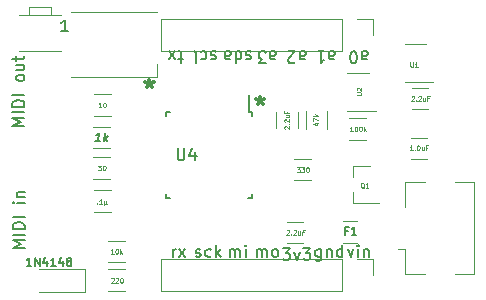
<source format=gbr>
%TF.GenerationSoftware,KiCad,Pcbnew,(6.0.1-0)*%
%TF.CreationDate,2022-05-02T12:36:28+02:00*%
%TF.ProjectId,SAMD_QTPY_MIDI,53414d44-5f51-4545-9059-5f4d4944492e,1*%
%TF.SameCoordinates,Original*%
%TF.FileFunction,Legend,Top*%
%TF.FilePolarity,Positive*%
%FSLAX46Y46*%
G04 Gerber Fmt 4.6, Leading zero omitted, Abs format (unit mm)*
G04 Created by KiCad (PCBNEW (6.0.1-0)) date 2022-05-02 12:36:28*
%MOMM*%
%LPD*%
G01*
G04 APERTURE LIST*
%ADD10C,0.300000*%
%ADD11C,0.150000*%
%ADD12C,0.100000*%
%ADD13C,0.120000*%
G04 APERTURE END LIST*
D10*
X131025000Y-20928571D02*
X131025000Y-21285714D01*
X130667857Y-21142857D02*
X131025000Y-21285714D01*
X131382142Y-21142857D01*
X130810714Y-21571428D02*
X131025000Y-21285714D01*
X131239285Y-21571428D01*
D11*
X142309523Y-35202380D02*
X142928571Y-35202380D01*
X142595238Y-35583333D01*
X142738095Y-35583333D01*
X142833333Y-35630952D01*
X142880952Y-35678571D01*
X142928571Y-35773809D01*
X142928571Y-36011904D01*
X142880952Y-36107142D01*
X142833333Y-36154761D01*
X142738095Y-36202380D01*
X142452380Y-36202380D01*
X142357142Y-36154761D01*
X142309523Y-36107142D01*
X143261904Y-35535714D02*
X143500000Y-36202380D01*
X143738095Y-35535714D01*
X144023809Y-35202380D02*
X144642857Y-35202380D01*
X144309523Y-35583333D01*
X144452380Y-35583333D01*
X144547619Y-35630952D01*
X144595238Y-35678571D01*
X144642857Y-35773809D01*
X144642857Y-36011904D01*
X144595238Y-36107142D01*
X144547619Y-36154761D01*
X144452380Y-36202380D01*
X144166666Y-36202380D01*
X144071428Y-36154761D01*
X144023809Y-36107142D01*
X136654761Y-18595238D02*
X136559523Y-18547619D01*
X136369047Y-18547619D01*
X136273809Y-18595238D01*
X136226190Y-18690476D01*
X136226190Y-18738095D01*
X136273809Y-18833333D01*
X136369047Y-18880952D01*
X136511904Y-18880952D01*
X136607142Y-18928571D01*
X136654761Y-19023809D01*
X136654761Y-19071428D01*
X136607142Y-19166666D01*
X136511904Y-19214285D01*
X136369047Y-19214285D01*
X136273809Y-19166666D01*
X135369047Y-18595238D02*
X135464285Y-18547619D01*
X135654761Y-18547619D01*
X135750000Y-18595238D01*
X135797619Y-18642857D01*
X135845238Y-18738095D01*
X135845238Y-19023809D01*
X135797619Y-19119047D01*
X135750000Y-19166666D01*
X135654761Y-19214285D01*
X135464285Y-19214285D01*
X135369047Y-19166666D01*
X134797619Y-18547619D02*
X134892857Y-18595238D01*
X134940476Y-18690476D01*
X134940476Y-19547619D01*
X145559523Y-35285714D02*
X145559523Y-36095238D01*
X145511904Y-36190476D01*
X145464285Y-36238095D01*
X145369047Y-36285714D01*
X145226190Y-36285714D01*
X145130952Y-36238095D01*
X145559523Y-35904761D02*
X145464285Y-35952380D01*
X145273809Y-35952380D01*
X145178571Y-35904761D01*
X145130952Y-35857142D01*
X145083333Y-35761904D01*
X145083333Y-35476190D01*
X145130952Y-35380952D01*
X145178571Y-35333333D01*
X145273809Y-35285714D01*
X145464285Y-35285714D01*
X145559523Y-35333333D01*
X146035714Y-35285714D02*
X146035714Y-35952380D01*
X146035714Y-35380952D02*
X146083333Y-35333333D01*
X146178571Y-35285714D01*
X146321428Y-35285714D01*
X146416666Y-35333333D01*
X146464285Y-35428571D01*
X146464285Y-35952380D01*
X147369047Y-35952380D02*
X147369047Y-34952380D01*
X147369047Y-35904761D02*
X147273809Y-35952380D01*
X147083333Y-35952380D01*
X146988095Y-35904761D01*
X146940476Y-35857142D01*
X146892857Y-35761904D01*
X146892857Y-35476190D01*
X146940476Y-35380952D01*
X146988095Y-35333333D01*
X147083333Y-35285714D01*
X147273809Y-35285714D01*
X147369047Y-35333333D01*
X146261904Y-18547619D02*
X146261904Y-19071428D01*
X146309523Y-19166666D01*
X146404761Y-19214285D01*
X146595238Y-19214285D01*
X146690476Y-19166666D01*
X146261904Y-18595238D02*
X146357142Y-18547619D01*
X146595238Y-18547619D01*
X146690476Y-18595238D01*
X146738095Y-18690476D01*
X146738095Y-18785714D01*
X146690476Y-18880952D01*
X146595238Y-18928571D01*
X146357142Y-18928571D01*
X146261904Y-18976190D01*
X145261904Y-18547619D02*
X145833333Y-18547619D01*
X145547619Y-18547619D02*
X145547619Y-19547619D01*
X145642857Y-19404761D01*
X145738095Y-19309523D01*
X145833333Y-19261904D01*
X143761904Y-18547619D02*
X143761904Y-19071428D01*
X143809523Y-19166666D01*
X143904761Y-19214285D01*
X144095238Y-19214285D01*
X144190476Y-19166666D01*
X143761904Y-18595238D02*
X143857142Y-18547619D01*
X144095238Y-18547619D01*
X144190476Y-18595238D01*
X144238095Y-18690476D01*
X144238095Y-18785714D01*
X144190476Y-18880952D01*
X144095238Y-18928571D01*
X143857142Y-18928571D01*
X143761904Y-18976190D01*
X143333333Y-19452380D02*
X143285714Y-19500000D01*
X143190476Y-19547619D01*
X142952380Y-19547619D01*
X142857142Y-19500000D01*
X142809523Y-19452380D01*
X142761904Y-19357142D01*
X142761904Y-19261904D01*
X142809523Y-19119047D01*
X143380952Y-18547619D01*
X142761904Y-18547619D01*
X134952380Y-35904761D02*
X135047619Y-35952380D01*
X135238095Y-35952380D01*
X135333333Y-35904761D01*
X135380952Y-35809523D01*
X135380952Y-35761904D01*
X135333333Y-35666666D01*
X135238095Y-35619047D01*
X135095238Y-35619047D01*
X135000000Y-35571428D01*
X134952380Y-35476190D01*
X134952380Y-35428571D01*
X135000000Y-35333333D01*
X135095238Y-35285714D01*
X135238095Y-35285714D01*
X135333333Y-35333333D01*
X136238095Y-35904761D02*
X136142857Y-35952380D01*
X135952380Y-35952380D01*
X135857142Y-35904761D01*
X135809523Y-35857142D01*
X135761904Y-35761904D01*
X135761904Y-35476190D01*
X135809523Y-35380952D01*
X135857142Y-35333333D01*
X135952380Y-35285714D01*
X136142857Y-35285714D01*
X136238095Y-35333333D01*
X136666666Y-35952380D02*
X136666666Y-34952380D01*
X136761904Y-35571428D02*
X137047619Y-35952380D01*
X137047619Y-35285714D02*
X136666666Y-35666666D01*
X133845238Y-19214285D02*
X133464285Y-19214285D01*
X133702380Y-19547619D02*
X133702380Y-18690476D01*
X133654761Y-18595238D01*
X133559523Y-18547619D01*
X133464285Y-18547619D01*
X133226190Y-18547619D02*
X132702380Y-19214285D01*
X133226190Y-19214285D02*
X132702380Y-18547619D01*
X149011904Y-18547619D02*
X149011904Y-19071428D01*
X149059523Y-19166666D01*
X149154761Y-19214285D01*
X149345238Y-19214285D01*
X149440476Y-19166666D01*
X149011904Y-18595238D02*
X149107142Y-18547619D01*
X149345238Y-18547619D01*
X149440476Y-18595238D01*
X149488095Y-18690476D01*
X149488095Y-18785714D01*
X149440476Y-18880952D01*
X149345238Y-18928571D01*
X149107142Y-18928571D01*
X149011904Y-18976190D01*
X148345238Y-19547619D02*
X148250000Y-19547619D01*
X148154761Y-19500000D01*
X148107142Y-19452380D01*
X148059523Y-19357142D01*
X148011904Y-19166666D01*
X148011904Y-18928571D01*
X148059523Y-18738095D01*
X148107142Y-18642857D01*
X148154761Y-18595238D01*
X148250000Y-18547619D01*
X148345238Y-18547619D01*
X148440476Y-18595238D01*
X148488095Y-18642857D01*
X148535714Y-18738095D01*
X148583333Y-18928571D01*
X148583333Y-19166666D01*
X148535714Y-19357142D01*
X148488095Y-19452380D01*
X148440476Y-19500000D01*
X148345238Y-19547619D01*
X137833333Y-35952380D02*
X137833333Y-35285714D01*
X137833333Y-35380952D02*
X137880952Y-35333333D01*
X137976190Y-35285714D01*
X138119047Y-35285714D01*
X138214285Y-35333333D01*
X138261904Y-35428571D01*
X138261904Y-35952380D01*
X138261904Y-35428571D02*
X138309523Y-35333333D01*
X138404761Y-35285714D01*
X138547619Y-35285714D01*
X138642857Y-35333333D01*
X138690476Y-35428571D01*
X138690476Y-35952380D01*
X139166666Y-35952380D02*
X139166666Y-35285714D01*
X139166666Y-34952380D02*
X139119047Y-35000000D01*
X139166666Y-35047619D01*
X139214285Y-35000000D01*
X139166666Y-34952380D01*
X139166666Y-35047619D01*
X139619047Y-18595238D02*
X139523809Y-18547619D01*
X139333333Y-18547619D01*
X139238095Y-18595238D01*
X139190476Y-18690476D01*
X139190476Y-18738095D01*
X139238095Y-18833333D01*
X139333333Y-18880952D01*
X139476190Y-18880952D01*
X139571428Y-18928571D01*
X139619047Y-19023809D01*
X139619047Y-19071428D01*
X139571428Y-19166666D01*
X139476190Y-19214285D01*
X139333333Y-19214285D01*
X139238095Y-19166666D01*
X138333333Y-18547619D02*
X138333333Y-19547619D01*
X138333333Y-18595238D02*
X138428571Y-18547619D01*
X138619047Y-18547619D01*
X138714285Y-18595238D01*
X138761904Y-18642857D01*
X138809523Y-18738095D01*
X138809523Y-19023809D01*
X138761904Y-19119047D01*
X138714285Y-19166666D01*
X138619047Y-19214285D01*
X138428571Y-19214285D01*
X138333333Y-19166666D01*
X137428571Y-18547619D02*
X137428571Y-19071428D01*
X137476190Y-19166666D01*
X137571428Y-19214285D01*
X137761904Y-19214285D01*
X137857142Y-19166666D01*
X137428571Y-18595238D02*
X137523809Y-18547619D01*
X137761904Y-18547619D01*
X137857142Y-18595238D01*
X137904761Y-18690476D01*
X137904761Y-18785714D01*
X137857142Y-18880952D01*
X137761904Y-18928571D01*
X137523809Y-18928571D01*
X137428571Y-18976190D01*
X140119047Y-35952380D02*
X140119047Y-35285714D01*
X140119047Y-35380952D02*
X140166666Y-35333333D01*
X140261904Y-35285714D01*
X140404761Y-35285714D01*
X140500000Y-35333333D01*
X140547619Y-35428571D01*
X140547619Y-35952380D01*
X140547619Y-35428571D02*
X140595238Y-35333333D01*
X140690476Y-35285714D01*
X140833333Y-35285714D01*
X140928571Y-35333333D01*
X140976190Y-35428571D01*
X140976190Y-35952380D01*
X141595238Y-35952380D02*
X141500000Y-35904761D01*
X141452380Y-35857142D01*
X141404761Y-35761904D01*
X141404761Y-35476190D01*
X141452380Y-35380952D01*
X141500000Y-35333333D01*
X141595238Y-35285714D01*
X141738095Y-35285714D01*
X141833333Y-35333333D01*
X141880952Y-35380952D01*
X141928571Y-35476190D01*
X141928571Y-35761904D01*
X141880952Y-35857142D01*
X141833333Y-35904761D01*
X141738095Y-35952380D01*
X141595238Y-35952380D01*
X147821428Y-35285714D02*
X148059523Y-35952380D01*
X148297619Y-35285714D01*
X148678571Y-35952380D02*
X148678571Y-35285714D01*
X148678571Y-34952380D02*
X148630952Y-35000000D01*
X148678571Y-35047619D01*
X148726190Y-35000000D01*
X148678571Y-34952380D01*
X148678571Y-35047619D01*
X149154761Y-35285714D02*
X149154761Y-35952380D01*
X149154761Y-35380952D02*
X149202380Y-35333333D01*
X149297619Y-35285714D01*
X149440476Y-35285714D01*
X149535714Y-35333333D01*
X149583333Y-35428571D01*
X149583333Y-35952380D01*
X133023809Y-35952380D02*
X133023809Y-35285714D01*
X133023809Y-35476190D02*
X133071428Y-35380952D01*
X133119047Y-35333333D01*
X133214285Y-35285714D01*
X133309523Y-35285714D01*
X133547619Y-35952380D02*
X134071428Y-35285714D01*
X133547619Y-35285714D02*
X134071428Y-35952380D01*
D10*
X140400000Y-22378571D02*
X140400000Y-22735714D01*
X140042857Y-22592857D02*
X140400000Y-22735714D01*
X140757142Y-22592857D01*
X140185714Y-23021428D02*
X140400000Y-22735714D01*
X140614285Y-23021428D01*
D11*
X141261904Y-18547619D02*
X141261904Y-19071428D01*
X141309523Y-19166666D01*
X141404761Y-19214285D01*
X141595238Y-19214285D01*
X141690476Y-19166666D01*
X141261904Y-18595238D02*
X141357142Y-18547619D01*
X141595238Y-18547619D01*
X141690476Y-18595238D01*
X141738095Y-18690476D01*
X141738095Y-18785714D01*
X141690476Y-18880952D01*
X141595238Y-18928571D01*
X141357142Y-18928571D01*
X141261904Y-18976190D01*
X140880952Y-19547619D02*
X140261904Y-19547619D01*
X140595238Y-19166666D01*
X140452380Y-19166666D01*
X140357142Y-19119047D01*
X140309523Y-19071428D01*
X140261904Y-18976190D01*
X140261904Y-18738095D01*
X140309523Y-18642857D01*
X140357142Y-18595238D01*
X140452380Y-18547619D01*
X140738095Y-18547619D01*
X140833333Y-18595238D01*
X140880952Y-18642857D01*
D12*
%TO.C,R2*%
X148246428Y-25305952D02*
X148017857Y-25305952D01*
X148132142Y-25305952D02*
X148132142Y-24905952D01*
X148094047Y-24963095D01*
X148055952Y-25001190D01*
X148017857Y-25020238D01*
X148494047Y-24905952D02*
X148532142Y-24905952D01*
X148570238Y-24925000D01*
X148589285Y-24944047D01*
X148608333Y-24982142D01*
X148627380Y-25058333D01*
X148627380Y-25153571D01*
X148608333Y-25229761D01*
X148589285Y-25267857D01*
X148570238Y-25286904D01*
X148532142Y-25305952D01*
X148494047Y-25305952D01*
X148455952Y-25286904D01*
X148436904Y-25267857D01*
X148417857Y-25229761D01*
X148398809Y-25153571D01*
X148398809Y-25058333D01*
X148417857Y-24982142D01*
X148436904Y-24944047D01*
X148455952Y-24925000D01*
X148494047Y-24905952D01*
X148875000Y-24905952D02*
X148913095Y-24905952D01*
X148951190Y-24925000D01*
X148970238Y-24944047D01*
X148989285Y-24982142D01*
X149008333Y-25058333D01*
X149008333Y-25153571D01*
X148989285Y-25229761D01*
X148970238Y-25267857D01*
X148951190Y-25286904D01*
X148913095Y-25305952D01*
X148875000Y-25305952D01*
X148836904Y-25286904D01*
X148817857Y-25267857D01*
X148798809Y-25229761D01*
X148779761Y-25153571D01*
X148779761Y-25058333D01*
X148798809Y-24982142D01*
X148817857Y-24944047D01*
X148836904Y-24925000D01*
X148875000Y-24905952D01*
X149179761Y-25305952D02*
X149179761Y-24905952D01*
X149217857Y-25153571D02*
X149332142Y-25305952D01*
X149332142Y-25039285D02*
X149179761Y-25191666D01*
%TO.C,R1*%
X145039285Y-24626190D02*
X145305952Y-24626190D01*
X144886904Y-24721428D02*
X145172619Y-24816666D01*
X145172619Y-24569047D01*
X144905952Y-24454761D02*
X144905952Y-24188095D01*
X145305952Y-24359523D01*
X145305952Y-24035714D02*
X144905952Y-24035714D01*
X145153571Y-23997619D02*
X145305952Y-23883333D01*
X145039285Y-23883333D02*
X145191666Y-24035714D01*
%TO.C,U2*%
X148565952Y-22249761D02*
X148889761Y-22249761D01*
X148927857Y-22230714D01*
X148946904Y-22211666D01*
X148965952Y-22173571D01*
X148965952Y-22097380D01*
X148946904Y-22059285D01*
X148927857Y-22040238D01*
X148889761Y-22021190D01*
X148565952Y-22021190D01*
X148604047Y-21849761D02*
X148585000Y-21830714D01*
X148565952Y-21792619D01*
X148565952Y-21697380D01*
X148585000Y-21659285D01*
X148604047Y-21640238D01*
X148642142Y-21621190D01*
X148680238Y-21621190D01*
X148737380Y-21640238D01*
X148965952Y-21868809D01*
X148965952Y-21621190D01*
%TO.C,R3*%
X143510714Y-28355952D02*
X143758333Y-28355952D01*
X143625000Y-28508333D01*
X143682142Y-28508333D01*
X143720238Y-28527380D01*
X143739285Y-28546428D01*
X143758333Y-28584523D01*
X143758333Y-28679761D01*
X143739285Y-28717857D01*
X143720238Y-28736904D01*
X143682142Y-28755952D01*
X143567857Y-28755952D01*
X143529761Y-28736904D01*
X143510714Y-28717857D01*
X143891666Y-28355952D02*
X144139285Y-28355952D01*
X144005952Y-28508333D01*
X144063095Y-28508333D01*
X144101190Y-28527380D01*
X144120238Y-28546428D01*
X144139285Y-28584523D01*
X144139285Y-28679761D01*
X144120238Y-28717857D01*
X144101190Y-28736904D01*
X144063095Y-28755952D01*
X143948809Y-28755952D01*
X143910714Y-28736904D01*
X143891666Y-28717857D01*
X144386904Y-28355952D02*
X144425000Y-28355952D01*
X144463095Y-28375000D01*
X144482142Y-28394047D01*
X144501190Y-28432142D01*
X144520238Y-28508333D01*
X144520238Y-28603571D01*
X144501190Y-28679761D01*
X144482142Y-28717857D01*
X144463095Y-28736904D01*
X144425000Y-28755952D01*
X144386904Y-28755952D01*
X144348809Y-28736904D01*
X144329761Y-28717857D01*
X144310714Y-28679761D01*
X144291666Y-28603571D01*
X144291666Y-28508333D01*
X144310714Y-28432142D01*
X144329761Y-28394047D01*
X144348809Y-28375000D01*
X144386904Y-28355952D01*
%TO.C,C3*%
X153326190Y-26905952D02*
X153097619Y-26905952D01*
X153211904Y-26905952D02*
X153211904Y-26505952D01*
X153173809Y-26563095D01*
X153135714Y-26601190D01*
X153097619Y-26620238D01*
X153497619Y-26867857D02*
X153516666Y-26886904D01*
X153497619Y-26905952D01*
X153478571Y-26886904D01*
X153497619Y-26867857D01*
X153497619Y-26905952D01*
X153764285Y-26505952D02*
X153802380Y-26505952D01*
X153840476Y-26525000D01*
X153859523Y-26544047D01*
X153878571Y-26582142D01*
X153897619Y-26658333D01*
X153897619Y-26753571D01*
X153878571Y-26829761D01*
X153859523Y-26867857D01*
X153840476Y-26886904D01*
X153802380Y-26905952D01*
X153764285Y-26905952D01*
X153726190Y-26886904D01*
X153707142Y-26867857D01*
X153688095Y-26829761D01*
X153669047Y-26753571D01*
X153669047Y-26658333D01*
X153688095Y-26582142D01*
X153707142Y-26544047D01*
X153726190Y-26525000D01*
X153764285Y-26505952D01*
X154240476Y-26639285D02*
X154240476Y-26905952D01*
X154069047Y-26639285D02*
X154069047Y-26848809D01*
X154088095Y-26886904D01*
X154126190Y-26905952D01*
X154183333Y-26905952D01*
X154221428Y-26886904D01*
X154240476Y-26867857D01*
X154564285Y-26696428D02*
X154430952Y-26696428D01*
X154430952Y-26905952D02*
X154430952Y-26505952D01*
X154621428Y-26505952D01*
%TO.C,C2*%
X142654988Y-33694047D02*
X142676416Y-33675000D01*
X142716892Y-33655952D01*
X142812130Y-33655952D01*
X142847845Y-33675000D01*
X142864511Y-33694047D01*
X142878797Y-33732142D01*
X142874035Y-33770238D01*
X142847845Y-33827380D01*
X142590702Y-34055952D01*
X142838321Y-34055952D01*
X143014511Y-34017857D02*
X143031178Y-34036904D01*
X143009750Y-34055952D01*
X142993083Y-34036904D01*
X143014511Y-34017857D01*
X143009750Y-34055952D01*
X143226416Y-33694047D02*
X143247845Y-33675000D01*
X143288321Y-33655952D01*
X143383559Y-33655952D01*
X143419273Y-33675000D01*
X143435940Y-33694047D01*
X143450226Y-33732142D01*
X143445464Y-33770238D01*
X143419273Y-33827380D01*
X143162130Y-34055952D01*
X143409750Y-34055952D01*
X143785940Y-33789285D02*
X143752607Y-34055952D01*
X143614511Y-33789285D02*
X143588321Y-33998809D01*
X143602607Y-34036904D01*
X143638321Y-34055952D01*
X143695464Y-34055952D01*
X143735940Y-34036904D01*
X143757369Y-34017857D01*
X144102607Y-33846428D02*
X143969273Y-33846428D01*
X143943083Y-34055952D02*
X143993083Y-33655952D01*
X144183559Y-33655952D01*
%TO.C,Q1*%
X149186904Y-30119047D02*
X149148809Y-30100000D01*
X149110714Y-30061904D01*
X149053571Y-30004761D01*
X149015476Y-29985714D01*
X148977380Y-29985714D01*
X148996428Y-30080952D02*
X148958333Y-30061904D01*
X148920238Y-30023809D01*
X148901190Y-29947619D01*
X148901190Y-29814285D01*
X148920238Y-29738095D01*
X148958333Y-29700000D01*
X148996428Y-29680952D01*
X149072619Y-29680952D01*
X149110714Y-29700000D01*
X149148809Y-29738095D01*
X149167857Y-29814285D01*
X149167857Y-29947619D01*
X149148809Y-30023809D01*
X149110714Y-30061904D01*
X149072619Y-30080952D01*
X148996428Y-30080952D01*
X149548809Y-30080952D02*
X149320238Y-30080952D01*
X149434523Y-30080952D02*
X149434523Y-29680952D01*
X149396428Y-29738095D01*
X149358333Y-29776190D01*
X149320238Y-29795238D01*
%TO.C,C4*%
X153222619Y-22369047D02*
X153241666Y-22350000D01*
X153279761Y-22330952D01*
X153375000Y-22330952D01*
X153413095Y-22350000D01*
X153432142Y-22369047D01*
X153451190Y-22407142D01*
X153451190Y-22445238D01*
X153432142Y-22502380D01*
X153203571Y-22730952D01*
X153451190Y-22730952D01*
X153622619Y-22692857D02*
X153641666Y-22711904D01*
X153622619Y-22730952D01*
X153603571Y-22711904D01*
X153622619Y-22692857D01*
X153622619Y-22730952D01*
X153794047Y-22369047D02*
X153813095Y-22350000D01*
X153851190Y-22330952D01*
X153946428Y-22330952D01*
X153984523Y-22350000D01*
X154003571Y-22369047D01*
X154022619Y-22407142D01*
X154022619Y-22445238D01*
X154003571Y-22502380D01*
X153775000Y-22730952D01*
X154022619Y-22730952D01*
X154365476Y-22464285D02*
X154365476Y-22730952D01*
X154194047Y-22464285D02*
X154194047Y-22673809D01*
X154213095Y-22711904D01*
X154251190Y-22730952D01*
X154308333Y-22730952D01*
X154346428Y-22711904D01*
X154365476Y-22692857D01*
X154689285Y-22521428D02*
X154555952Y-22521428D01*
X154555952Y-22730952D02*
X154555952Y-22330952D01*
X154746428Y-22330952D01*
D11*
%TO.C,D1*%
X124135714Y-16852380D02*
X123564285Y-16852380D01*
X123850000Y-16852380D02*
X123850000Y-15852380D01*
X123754761Y-15995238D01*
X123659523Y-16090476D01*
X123564285Y-16138095D01*
D12*
%TO.C,C1*%
X142494047Y-25102380D02*
X142475000Y-25083333D01*
X142455952Y-25045238D01*
X142455952Y-24950000D01*
X142475000Y-24911904D01*
X142494047Y-24892857D01*
X142532142Y-24873809D01*
X142570238Y-24873809D01*
X142627380Y-24892857D01*
X142855952Y-25121428D01*
X142855952Y-24873809D01*
X142817857Y-24702380D02*
X142836904Y-24683333D01*
X142855952Y-24702380D01*
X142836904Y-24721428D01*
X142817857Y-24702380D01*
X142855952Y-24702380D01*
X142494047Y-24530952D02*
X142475000Y-24511904D01*
X142455952Y-24473809D01*
X142455952Y-24378571D01*
X142475000Y-24340476D01*
X142494047Y-24321428D01*
X142532142Y-24302380D01*
X142570238Y-24302380D01*
X142627380Y-24321428D01*
X142855952Y-24550000D01*
X142855952Y-24302380D01*
X142589285Y-23959523D02*
X142855952Y-23959523D01*
X142589285Y-24130952D02*
X142798809Y-24130952D01*
X142836904Y-24111904D01*
X142855952Y-24073809D01*
X142855952Y-24016666D01*
X142836904Y-23978571D01*
X142817857Y-23959523D01*
X142646428Y-23635714D02*
X142646428Y-23769047D01*
X142855952Y-23769047D02*
X142455952Y-23769047D01*
X142455952Y-23578571D01*
D11*
%TO.C,F1*%
X147816666Y-33750000D02*
X147583333Y-33750000D01*
X147583333Y-34116666D02*
X147583333Y-33416666D01*
X147916666Y-33416666D01*
X148550000Y-34116666D02*
X148150000Y-34116666D01*
X148350000Y-34116666D02*
X148350000Y-33416666D01*
X148283333Y-33516666D01*
X148216666Y-33583333D01*
X148150000Y-33616666D01*
D12*
%TO.C,U1*%
X153120238Y-19455952D02*
X153120238Y-19779761D01*
X153139285Y-19817857D01*
X153158333Y-19836904D01*
X153196428Y-19855952D01*
X153272619Y-19855952D01*
X153310714Y-19836904D01*
X153329761Y-19817857D01*
X153348809Y-19779761D01*
X153348809Y-19455952D01*
X153748809Y-19855952D02*
X153520238Y-19855952D01*
X153634523Y-19855952D02*
X153634523Y-19455952D01*
X153596428Y-19513095D01*
X153558333Y-19551190D01*
X153520238Y-19570238D01*
D11*
%TO.C,U4*%
X133413095Y-26752380D02*
X133413095Y-27561904D01*
X133460714Y-27657142D01*
X133508333Y-27704761D01*
X133603571Y-27752380D01*
X133794047Y-27752380D01*
X133889285Y-27704761D01*
X133936904Y-27657142D01*
X133984523Y-27561904D01*
X133984523Y-26752380D01*
X134889285Y-27085714D02*
X134889285Y-27752380D01*
X134651190Y-26704761D02*
X134413095Y-27419047D01*
X135032142Y-27419047D01*
D12*
%TO.C,R7*%
X127986904Y-35655952D02*
X127758333Y-35655952D01*
X127872619Y-35655952D02*
X127872619Y-35255952D01*
X127834523Y-35313095D01*
X127796428Y-35351190D01*
X127758333Y-35370238D01*
X128234523Y-35255952D02*
X128272619Y-35255952D01*
X128310714Y-35275000D01*
X128329761Y-35294047D01*
X128348809Y-35332142D01*
X128367857Y-35408333D01*
X128367857Y-35503571D01*
X128348809Y-35579761D01*
X128329761Y-35617857D01*
X128310714Y-35636904D01*
X128272619Y-35655952D01*
X128234523Y-35655952D01*
X128196428Y-35636904D01*
X128177380Y-35617857D01*
X128158333Y-35579761D01*
X128139285Y-35503571D01*
X128139285Y-35408333D01*
X128158333Y-35332142D01*
X128177380Y-35294047D01*
X128196428Y-35275000D01*
X128234523Y-35255952D01*
X128539285Y-35655952D02*
X128539285Y-35255952D01*
X128577380Y-35503571D02*
X128691666Y-35655952D01*
X128691666Y-35389285D02*
X128539285Y-35541666D01*
%TO.C,R4*%
X126676190Y-28205952D02*
X126923809Y-28205952D01*
X126790476Y-28358333D01*
X126847619Y-28358333D01*
X126885714Y-28377380D01*
X126904761Y-28396428D01*
X126923809Y-28434523D01*
X126923809Y-28529761D01*
X126904761Y-28567857D01*
X126885714Y-28586904D01*
X126847619Y-28605952D01*
X126733333Y-28605952D01*
X126695238Y-28586904D01*
X126676190Y-28567857D01*
X127171428Y-28205952D02*
X127209523Y-28205952D01*
X127247619Y-28225000D01*
X127266666Y-28244047D01*
X127285714Y-28282142D01*
X127304761Y-28358333D01*
X127304761Y-28453571D01*
X127285714Y-28529761D01*
X127266666Y-28567857D01*
X127247619Y-28586904D01*
X127209523Y-28605952D01*
X127171428Y-28605952D01*
X127133333Y-28586904D01*
X127114285Y-28567857D01*
X127095238Y-28529761D01*
X127076190Y-28453571D01*
X127076190Y-28358333D01*
X127095238Y-28282142D01*
X127114285Y-28244047D01*
X127133333Y-28225000D01*
X127171428Y-28205952D01*
D11*
%TO.C,D3*%
X121025000Y-36716666D02*
X120625000Y-36716666D01*
X120825000Y-36716666D02*
X120825000Y-36016666D01*
X120758333Y-36116666D01*
X120691666Y-36183333D01*
X120625000Y-36216666D01*
X121325000Y-36716666D02*
X121325000Y-36016666D01*
X121725000Y-36716666D01*
X121725000Y-36016666D01*
X122358333Y-36250000D02*
X122358333Y-36716666D01*
X122191666Y-35983333D02*
X122025000Y-36483333D01*
X122458333Y-36483333D01*
X123091666Y-36716666D02*
X122691666Y-36716666D01*
X122891666Y-36716666D02*
X122891666Y-36016666D01*
X122825000Y-36116666D01*
X122758333Y-36183333D01*
X122691666Y-36216666D01*
X123691666Y-36250000D02*
X123691666Y-36716666D01*
X123525000Y-35983333D02*
X123358333Y-36483333D01*
X123791666Y-36483333D01*
X124158333Y-36316666D02*
X124091666Y-36283333D01*
X124058333Y-36250000D01*
X124025000Y-36183333D01*
X124025000Y-36150000D01*
X124058333Y-36083333D01*
X124091666Y-36050000D01*
X124158333Y-36016666D01*
X124291666Y-36016666D01*
X124358333Y-36050000D01*
X124391666Y-36083333D01*
X124425000Y-36150000D01*
X124425000Y-36183333D01*
X124391666Y-36250000D01*
X124358333Y-36283333D01*
X124291666Y-36316666D01*
X124158333Y-36316666D01*
X124091666Y-36350000D01*
X124058333Y-36383333D01*
X124025000Y-36450000D01*
X124025000Y-36583333D01*
X124058333Y-36650000D01*
X124091666Y-36683333D01*
X124158333Y-36716666D01*
X124291666Y-36716666D01*
X124358333Y-36683333D01*
X124391666Y-36650000D01*
X124425000Y-36583333D01*
X124425000Y-36450000D01*
X124391666Y-36383333D01*
X124358333Y-36350000D01*
X124291666Y-36316666D01*
D12*
%TO.C,R6*%
X126948809Y-23280952D02*
X126720238Y-23280952D01*
X126834523Y-23280952D02*
X126834523Y-22880952D01*
X126796428Y-22938095D01*
X126758333Y-22976190D01*
X126720238Y-22995238D01*
X127196428Y-22880952D02*
X127234523Y-22880952D01*
X127272619Y-22900000D01*
X127291666Y-22919047D01*
X127310714Y-22957142D01*
X127329761Y-23033333D01*
X127329761Y-23128571D01*
X127310714Y-23204761D01*
X127291666Y-23242857D01*
X127272619Y-23261904D01*
X127234523Y-23280952D01*
X127196428Y-23280952D01*
X127158333Y-23261904D01*
X127139285Y-23242857D01*
X127120238Y-23204761D01*
X127101190Y-23128571D01*
X127101190Y-23033333D01*
X127120238Y-22957142D01*
X127139285Y-22919047D01*
X127158333Y-22900000D01*
X127196428Y-22880952D01*
%TO.C,R5*%
X127779761Y-37769047D02*
X127798809Y-37750000D01*
X127836904Y-37730952D01*
X127932142Y-37730952D01*
X127970238Y-37750000D01*
X127989285Y-37769047D01*
X128008333Y-37807142D01*
X128008333Y-37845238D01*
X127989285Y-37902380D01*
X127760714Y-38130952D01*
X128008333Y-38130952D01*
X128160714Y-37769047D02*
X128179761Y-37750000D01*
X128217857Y-37730952D01*
X128313095Y-37730952D01*
X128351190Y-37750000D01*
X128370238Y-37769047D01*
X128389285Y-37807142D01*
X128389285Y-37845238D01*
X128370238Y-37902380D01*
X128141666Y-38130952D01*
X128389285Y-38130952D01*
X128636904Y-37730952D02*
X128675000Y-37730952D01*
X128713095Y-37750000D01*
X128732142Y-37769047D01*
X128751190Y-37807142D01*
X128770238Y-37883333D01*
X128770238Y-37978571D01*
X128751190Y-38054761D01*
X128732142Y-38092857D01*
X128713095Y-38111904D01*
X128675000Y-38130952D01*
X128636904Y-38130952D01*
X128598809Y-38111904D01*
X128579761Y-38092857D01*
X128560714Y-38054761D01*
X128541666Y-37978571D01*
X128541666Y-37883333D01*
X128560714Y-37807142D01*
X128579761Y-37769047D01*
X128598809Y-37750000D01*
X128636904Y-37730952D01*
D11*
%TO.C,R8*%
X126850395Y-26141666D02*
X126450395Y-26141666D01*
X126650395Y-26141666D02*
X126737895Y-25441666D01*
X126658729Y-25541666D01*
X126583729Y-25608333D01*
X126512895Y-25641666D01*
X127150395Y-26141666D02*
X127237895Y-25441666D01*
X127250395Y-25875000D02*
X127417062Y-26141666D01*
X127475395Y-25675000D02*
X127175395Y-25941666D01*
D12*
%TO.C,C5*%
X126600000Y-31417857D02*
X126619047Y-31436904D01*
X126600000Y-31455952D01*
X126580952Y-31436904D01*
X126600000Y-31417857D01*
X126600000Y-31455952D01*
X127000000Y-31455952D02*
X126771428Y-31455952D01*
X126885714Y-31455952D02*
X126885714Y-31055952D01*
X126847619Y-31113095D01*
X126809523Y-31151190D01*
X126771428Y-31170238D01*
X127171428Y-31189285D02*
X127171428Y-31589285D01*
X127361904Y-31398809D02*
X127380952Y-31436904D01*
X127419047Y-31455952D01*
X127171428Y-31398809D02*
X127190476Y-31436904D01*
X127228571Y-31455952D01*
X127304761Y-31455952D01*
X127342857Y-31436904D01*
X127361904Y-31398809D01*
X127361904Y-31189285D01*
D11*
%TO.C,J7*%
X120452380Y-35205952D02*
X119452380Y-35205952D01*
X120166666Y-34872619D01*
X119452380Y-34539285D01*
X120452380Y-34539285D01*
X120452380Y-34063095D02*
X119452380Y-34063095D01*
X120452380Y-33586904D02*
X119452380Y-33586904D01*
X119452380Y-33348809D01*
X119500000Y-33205952D01*
X119595238Y-33110714D01*
X119690476Y-33063095D01*
X119880952Y-33015476D01*
X120023809Y-33015476D01*
X120214285Y-33063095D01*
X120309523Y-33110714D01*
X120404761Y-33205952D01*
X120452380Y-33348809D01*
X120452380Y-33586904D01*
X120452380Y-32586904D02*
X119452380Y-32586904D01*
X120452380Y-31348809D02*
X119785714Y-31348809D01*
X119452380Y-31348809D02*
X119500000Y-31396428D01*
X119547619Y-31348809D01*
X119500000Y-31301190D01*
X119452380Y-31348809D01*
X119547619Y-31348809D01*
X119785714Y-30872619D02*
X120452380Y-30872619D01*
X119880952Y-30872619D02*
X119833333Y-30825000D01*
X119785714Y-30729761D01*
X119785714Y-30586904D01*
X119833333Y-30491666D01*
X119928571Y-30444047D01*
X120452380Y-30444047D01*
%TO.C,J6*%
X120427380Y-24855952D02*
X119427380Y-24855952D01*
X120141666Y-24522619D01*
X119427380Y-24189285D01*
X120427380Y-24189285D01*
X120427380Y-23713095D02*
X119427380Y-23713095D01*
X120427380Y-23236904D02*
X119427380Y-23236904D01*
X119427380Y-22998809D01*
X119475000Y-22855952D01*
X119570238Y-22760714D01*
X119665476Y-22713095D01*
X119855952Y-22665476D01*
X119998809Y-22665476D01*
X120189285Y-22713095D01*
X120284523Y-22760714D01*
X120379761Y-22855952D01*
X120427380Y-22998809D01*
X120427380Y-23236904D01*
X120427380Y-22236904D02*
X119427380Y-22236904D01*
X120427380Y-20855952D02*
X120379761Y-20951190D01*
X120332142Y-20998809D01*
X120236904Y-21046428D01*
X119951190Y-21046428D01*
X119855952Y-20998809D01*
X119808333Y-20951190D01*
X119760714Y-20855952D01*
X119760714Y-20713095D01*
X119808333Y-20617857D01*
X119855952Y-20570238D01*
X119951190Y-20522619D01*
X120236904Y-20522619D01*
X120332142Y-20570238D01*
X120379761Y-20617857D01*
X120427380Y-20713095D01*
X120427380Y-20855952D01*
X119760714Y-19665476D02*
X120427380Y-19665476D01*
X119760714Y-20094047D02*
X120284523Y-20094047D01*
X120379761Y-20046428D01*
X120427380Y-19951190D01*
X120427380Y-19808333D01*
X120379761Y-19713095D01*
X120332142Y-19665476D01*
X119760714Y-19332142D02*
X119760714Y-18951190D01*
X119427380Y-19189285D02*
X120284523Y-19189285D01*
X120379761Y-19141666D01*
X120427380Y-19046428D01*
X120427380Y-18951190D01*
D13*
%TO.C,R2*%
X147922936Y-26010000D02*
X149377064Y-26010000D01*
X147922936Y-24190000D02*
X149377064Y-24190000D01*
%TO.C,R1*%
X146085000Y-25077064D02*
X146085000Y-23622936D01*
X144265000Y-25077064D02*
X144265000Y-23622936D01*
%TO.C,U2*%
X149575000Y-20365000D02*
X147775000Y-20365000D01*
X147775000Y-23585000D02*
X150225000Y-23585000D01*
%TO.C,R3*%
X144702064Y-27615000D02*
X143247936Y-27615000D01*
X144702064Y-29435000D02*
X143247936Y-29435000D01*
%TO.C,C3*%
X153138748Y-25865000D02*
X154561252Y-25865000D01*
X153138748Y-27685000D02*
X154561252Y-27685000D01*
%TO.C,C2*%
X144061252Y-32965000D02*
X142638748Y-32965000D01*
X144061252Y-34785000D02*
X142638748Y-34785000D01*
%TO.C,Q1*%
X148265000Y-28220000D02*
X148265000Y-29150000D01*
X148265000Y-28220000D02*
X149725000Y-28220000D01*
X148265000Y-31380000D02*
X150425000Y-31380000D01*
X148265000Y-31380000D02*
X148265000Y-30450000D01*
%TO.C,J4*%
X147320000Y-36135000D02*
X147320000Y-38795000D01*
X132020000Y-36135000D02*
X132020000Y-38795000D01*
X147320000Y-36135000D02*
X132020000Y-36135000D01*
X147320000Y-38795000D02*
X132020000Y-38795000D01*
X149920000Y-36135000D02*
X149920000Y-37465000D01*
X148590000Y-36135000D02*
X149920000Y-36135000D01*
%TO.C,C4*%
X153213748Y-23460000D02*
X154636252Y-23460000D01*
X153213748Y-21640000D02*
X154636252Y-21640000D01*
%TO.C,D1*%
X124350000Y-20750000D02*
X131650000Y-20750000D01*
X124350000Y-15250000D02*
X131650000Y-15250000D01*
X131650000Y-20750000D02*
X131650000Y-19600000D01*
%TO.C,C1*%
X143585000Y-25061252D02*
X143585000Y-23638748D01*
X141765000Y-25061252D02*
X141765000Y-23638748D01*
%TO.C,F1*%
X147397936Y-34735000D02*
X148602064Y-34735000D01*
X147397936Y-32915000D02*
X148602064Y-32915000D01*
%TO.C,J2*%
X152645000Y-29640000D02*
X152645000Y-31700000D01*
X152645000Y-37360000D02*
X152645000Y-35300000D01*
X154355000Y-37360000D02*
X152645000Y-37360000D01*
X158465000Y-37360000D02*
X156855000Y-37360000D01*
X158465000Y-37360000D02*
X158465000Y-29640000D01*
X152645000Y-35300000D02*
X152055000Y-35300000D01*
X158465000Y-29640000D02*
X156855000Y-29640000D01*
X154355000Y-29640000D02*
X152645000Y-29640000D01*
%TO.C,J3*%
X132020000Y-15815000D02*
X132020000Y-18475000D01*
X147320000Y-18475000D02*
X132020000Y-18475000D01*
X147320000Y-15815000D02*
X147320000Y-18475000D01*
X147320000Y-15815000D02*
X132020000Y-15815000D01*
X149920000Y-15815000D02*
X149920000Y-17145000D01*
X148590000Y-15815000D02*
X149920000Y-15815000D01*
%TO.C,U1*%
X154425000Y-17915000D02*
X152625000Y-17915000D01*
X152625000Y-21135000D02*
X155075000Y-21135000D01*
D11*
%TO.C,U4*%
X139675000Y-30950000D02*
X139350000Y-30950000D01*
X132425000Y-30950000D02*
X132750000Y-30950000D01*
X132425000Y-30950000D02*
X132425000Y-30625000D01*
X139450000Y-23700000D02*
X139450000Y-22275000D01*
X139675000Y-23700000D02*
X139675000Y-24025000D01*
X132425000Y-23700000D02*
X132750000Y-23700000D01*
X132425000Y-23700000D02*
X132425000Y-24025000D01*
X139675000Y-30950000D02*
X139675000Y-30625000D01*
X139675000Y-23700000D02*
X139450000Y-23700000D01*
D13*
%TO.C,SW2*%
X122700000Y-14800000D02*
X122700000Y-15450000D01*
X120000000Y-15450000D02*
X123500000Y-15450000D01*
X120800000Y-15450000D02*
X120800000Y-14800000D01*
X120800000Y-14800000D02*
X122700000Y-14800000D01*
X123500000Y-18550000D02*
X120000000Y-18550000D01*
%TO.C,R7*%
X128952064Y-34565000D02*
X127497936Y-34565000D01*
X128952064Y-36385000D02*
X127497936Y-36385000D01*
%TO.C,R4*%
X126272936Y-29335000D02*
X127727064Y-29335000D01*
X126272936Y-27515000D02*
X127727064Y-27515000D01*
%TO.C,D3*%
X125575000Y-36925000D02*
X121675000Y-36925000D01*
X125575000Y-38925000D02*
X121675000Y-38925000D01*
X125575000Y-38925000D02*
X125575000Y-36925000D01*
%TO.C,R6*%
X127752064Y-22190000D02*
X126297936Y-22190000D01*
X127752064Y-24010000D02*
X126297936Y-24010000D01*
%TO.C,R5*%
X127497936Y-36990000D02*
X128952064Y-36990000D01*
X127497936Y-38810000D02*
X128952064Y-38810000D01*
%TO.C,R8*%
X126272936Y-24915000D02*
X127727064Y-24915000D01*
X126272936Y-26735000D02*
X127727064Y-26735000D01*
%TO.C,C5*%
X127736252Y-32135000D02*
X126313748Y-32135000D01*
X127736252Y-30315000D02*
X126313748Y-30315000D01*
%TD*%
M02*

</source>
